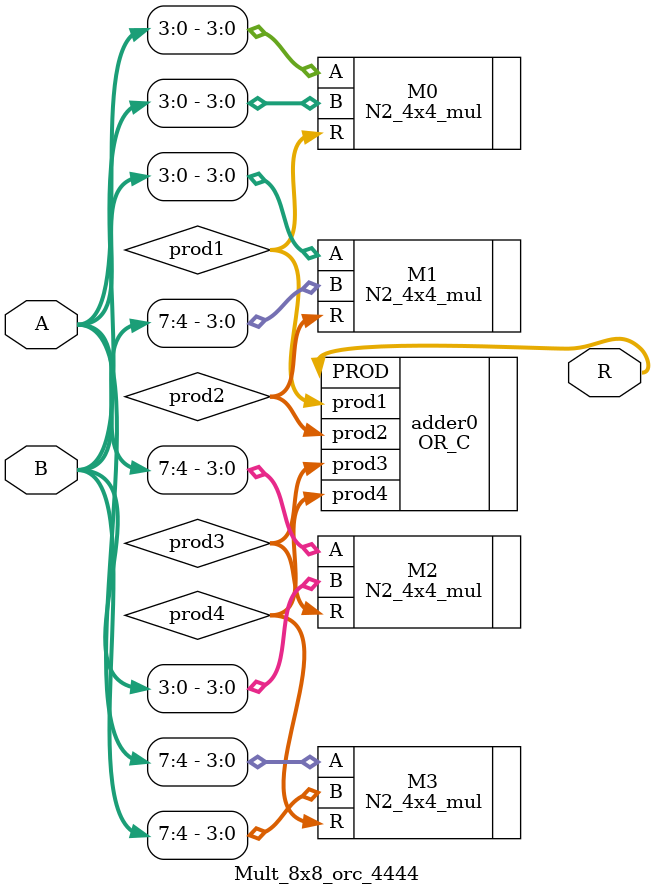
<source format=v>
module Mult_8x8_orc_4444(
input [7:0] A,
input [7:0] B,
output [15:0]R
);
wire [7:0]prod1;
wire [7:0]prod2;
wire [7:0]prod3;
wire [7:0]prod4;

N2_4x4_mul M0(.A(A[3:0]),.B(B[3:0]),.R(prod1));
N2_4x4_mul M1(.A(A[3:0]),.B(B[7:4]),.R(prod2));
N2_4x4_mul M2(.A(A[7:4]),.B(B[3:0]),.R(prod3));
N2_4x4_mul M3(.A(A[7:4]),.B(B[7:4]),.R(prod4));
OR_C adder0(.prod1(prod1),.prod2(prod2),.prod3(prod3),.prod4(prod4),.PROD(R));
endmodule

</source>
